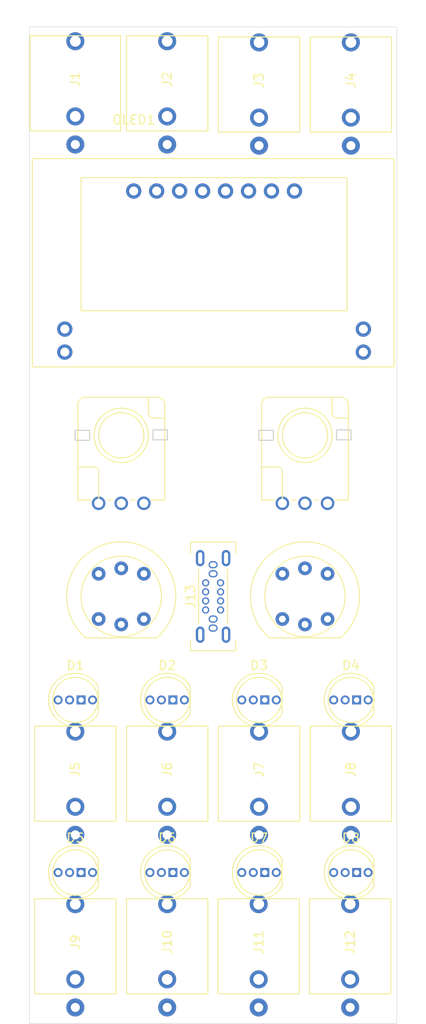
<source format=kicad_pcb>
(kicad_pcb (version 20221018) (generator pcbnew)
  (layers (0 "F.Cu" signal) (31 "B.Cu" signal) (34 "B.Paste" user) (35 "F.Paste" user) (36 "B.SilkS" user "B.Silkscreen") (37 "F.SilkS" user "F.Silkscreen") (38 "B.Mask" user) (39 "F.Mask" user) (44 "Edge.Cuts" user))
  (net 0 "")
  (net 1 "/LED_1_G")
  (net 2 "/LED_1_B")
  (net 3 "GND")
  (net 4 "/LED_1_R")
  (net 5 "/LED_2_G")
  (net 6 "/LED_2_B")
  (net 7 "/LED_2_R")
  (net 8 "/LED_3_G")
  (net 9 "/LED_3_B")
  (net 10 "/LED_3_R")
  (net 11 "/LED_4_G")
  (net 12 "/LED_4_B")
  (net 13 "/LED_4_R")
  (net 14 "/LED_5_G")
  (net 15 "/LED_5_B")
  (net 16 "/LED_5_R")
  (net 17 "/LED_6_G")
  (net 18 "/LED_6_B")
  (net 19 "/LED_6_R")
  (net 20 "/LED_7_G")
  (net 21 "/LED_7_B")
  (net 22 "/LED_7_R")
  (net 23 "/LED_8_G")
  (net 24 "/LED_8_B")
  (net 25 "/LED_8_R")
  (net 26 "/IN1_SLEEVE")
  (net 27 "/IN1")
  (net 28 "/IN_2_NORMAL")
  (net 29 "/IN_2")
  (net 30 "/IN_3_NORMAL")
  (net 31 "/IN_3")
  (net 32 "/IN_4_NORMAL")
  (net 33 "/IN_4")
  (net 35 "/OUT_1")
  (net 37 "/OUT_2")
  (net 39 "/OUT_3")
  (net 41 "/OUT_4")
  (net 43 "/OUT_5")
  (net 45 "/OUT_6")
  (net 47 "/OUT_7")
  (net 49 "/OUT_8")
  (net 50 "+5V")
  (net 51 "/USB_CC1")
  (net 52 "/USB_DP")
  (net 53 "/USB_DM")
  (net 55 "/USB_CC2")
  (net 59 "+3V3")
  (net 60 "/K1")
  (net 61 "/K2")
  (net 62 "/B1")
  (net 65 "/B2")
  (net 68 "/B1_LED")
  (net 69 "/B2_LED")
  (net 73 "/OLED_SDA")
  (net 74 "/OLED_SCL")
  (footprint "allen-synthesis:254-5726 RGB Led 5mm" (layer "F.Cu") (at 15.24 74.295)
    (fp_text reference "D2" (at 0 -3.81 unlocked) (layer "F.SilkS"))
    (fp_text value "LED_GBKR")
    (fp_line (start 2.540221 -1.5) (end 2.54 1.5) (stroke (width 0.12)) (layer "F.SilkS"))
    (fp_arc (start 2.539999 1.499999) (mid -2.949823 0.011599) (end 2.528124 -1.519928) (stroke (width 0.12)) (layer "F.SilkS"))
    (fp_circle (center 0 0) (end 2.5 0) (stroke (width 0.12)) (fill none) (layer "F.SilkS"))
    (pad "1" thru_hole circle (at -1.905 0) (size 1 1) (drill 0.6) (layers "*.Cu" "*.Mask") (net 5 "/LED_2_G"))
    (pad "2" thru_hole circle (at -0.635 0) (size 1 1) (drill 0.6) (layers "*.Cu" "*.Mask") (net 6 "/LED_2_B"))
    (pad "3" thru_hole rect (at 0.635 0) (size 1 1) (drill 0.6) (layers "*.Cu" "*.Mask") (net 3 "GND"))
    (pad "4" thru_hole circle (at 1.905 0) (size 1 1) (drill 0.6) (layers "*.Cu" "*.Mask") (net 7 "/LED_2_R"))
  )
  (footprint "Eurorack:Thonkiconn Mono Jack" (layer "F.Cu") (at 25.4 7.112 90)
    (fp_text reference "J3" (at 1.2 0 90 unlocked) (layer "F.SilkS"))
    (fp_text value "Thonkiconn_Mono_Jack")
    (fp_rect (start -4.5 4.5) (end 6 -4.5) (stroke (width 0.12)) (fill none) (layer "F.SilkS"))
    (pad "1" thru_hole circle (at -6 0 90) (size 2 2) (drill 1) (layers "*.Cu" "*.Mask") (net 3 "GND"))
    (pad "2" thru_hole circle (at -2.9 0 90) (size 2 2) (drill 1.2) (layers "*.Cu" "*.Mask") (net 30 "/IN_3_NORMAL"))
    (pad "3" thru_hole circle (at 5.4 0 90) (size 2 2) (drill 1.2) (layers "*.Cu" "*.Mask") (net 31 "/IN_3"))
  )
  (footprint "Eurorack:Thonkiconn Mono Jack" (layer "F.Cu") (at 35.56 83.185 90)
    (fp_text reference "J8" (at 1.2 0 90 unlocked) (layer "F.SilkS"))
    (fp_text value "Thonkiconn_Mono_Jack")
    (fp_rect (start -4.5 4.5) (end 6 -4.5) (stroke (width 0.12)) (fill none) (layer "F.SilkS"))
    (pad "1" thru_hole circle (at -6 0 90) (size 2 2) (drill 1) (layers "*.Cu" "*.Mask") (net 3 "GND"))
    (pad "2" thru_hole circle (at -2.9 0 90) (size 2 2) (drill 1.2) (layers "*.Cu" "*.Mask"))
    (pad "3" thru_hole circle (at 5.4 0 90) (size 2 2) (drill 1.2) (layers "*.Cu" "*.Mask") (net 41 "/OUT_4"))
  )
  (footprint "allen-synthesis:USB_C_Vertical_GT-USB-7038X USB" (layer "F.Cu") (at 20.32 62.865 90)
    (fp_text reference "J13" (at 0 -2.5 90 unlocked) (layer "F.SilkS"))
    (fp_text value "USB_C_Receptacle_USB2.0")
    (fp_line (start -6 -2.5) (end -6 2.5) (stroke (width 0.12)) (layer "F.SilkS"))
    (fp_line (start -6 -2.5) (end -4.8 -2.5) (stroke (width 0.12)) (layer "F.SilkS"))
    (fp_line (start -6 2.5) (end -4.8 2.5) (stroke (width 0.12)) (layer "F.SilkS"))
    (fp_line (start -3 -1.6) (end 3 -1.6) (stroke (width 0.12)) (layer "F.SilkS"))
    (fp_line (start -3 1.6) (end 3 1.6) (stroke (width 0.12)) (layer "F.SilkS"))
    (fp_line (start 4.8 -2.5) (end 6 -2.5) (stroke (width 0.12)) (layer "F.SilkS"))
    (fp_line (start 4.8 2.5) (end 6 2.5) (stroke (width 0.12)) (layer "F.SilkS"))
    (fp_line (start 6 -2.5) (end 6 2.5) (stroke (width 0.12)) (layer "F.SilkS"))
    (pad "A1" thru_hole oval (at -3.5 0 90) (size 0.8 1) (drill oval 0.5 0.7) (layers "*.Cu" "*.Mask") (net 3 "GND"))
    (pad "A4" thru_hole oval (at -2.5 0 90) (size 0.8 1) (drill oval 0.5 0.7) (layers "*.Cu" "*.Mask") (net 50 "+5V"))
    (pad "A5" thru_hole circle (at -1.5 -0.825 90) (size 0.8 0.8) (drill 0.5) (layers "*.Cu" "*.Mask") (net 51 "/USB_CC1"))
    (pad "A6" thru_hole circle (at -0.5 -0.825 90) (size 0.8 0.8) (drill 0.5) (layers "*.Cu" "*.Mask") (net 52 "/USB_DP"))
    (pad "A7" thru_hole circle (at 0.5 -0.825 90) (size 0.8 0.8) (drill 0.5) (layers "*.Cu" "*.Mask") (net 53 "/USB_DM"))
    (pad "A8" thru_hole circle (at 1.5 -0.825 90) (size 0.8 0.8) (drill 0.5) (layers "*.Cu" "*.Mask"))
    (pad "B1" thru_hole oval (at 3.5 0 90) (size 0.8 1) (drill oval 0.5 0.7) (layers "*.Cu" "*.Mask") (net 3 "GND"))
    (pad "B4" thru_hole oval (at 2.5 0 90) (size 0.8 1) (drill oval 0.5 0.7) (layers "*.Cu" "*.Mask") (net 50 "+5V"))
    (pad "B5" thru_hole circle (at 1.5 0.825 90) (size 0.8 0.8) (drill 0.5) (layers "*.Cu" "*.Mask") (net 55 "/USB_CC2"))
    (pad "B6" thru_hole circle (at 0.5 0.825 90) (size 0.8 0.8) (drill 0.5) (layers "*.Cu" "*.Mask") (net 52 "/USB_DP"))
    (pad "B7" thru_hole circle (at -0.5 0.825 90) (size 0.8 0.8) (drill 0.5) (layers "*.Cu" "*.Mask") (net 53 "/USB_DM"))
    (pad "B8" thru_hole circle (at -1.5 0.825 90) (size 0.8 0.8) (drill 0.5) (layers "*.Cu" "*.Mask"))
    (pad "S1" thru_hole oval (at -4.225 -1.43 90) (size 1.8 0.95) (drill oval 1.3 0.45) (layers "*.Cu" "*.Mask"))
    (pad "S1" thru_hole oval (at -4.225 1.43 90) (size 1.8 0.95) (drill oval 1.3 0.45) (layers "*.Cu" "*.Mask"))
    (pad "S1" thru_hole oval (at 4.225 -1.43 90) (size 1.8 0.95) (drill oval 1.3 0.45) (layers "*.Cu" "*.Mask"))
    (pad "S1" thru_hole oval (at 4.225 1.43 90) (size 1.8 0.95) (drill oval 1.3 0.45) (layers "*.Cu" "*.Mask"))
  )
  (footprint "Eurorack:Thonkiconn Stereo Jack" (layer "F.Cu") (at 5.08 6.985 90)
    (fp_text reference "J1" (at 1.2 0 90 unlocked) (layer "F.SilkS"))
    (fp_text value "Thonkiconn_Stereo_Jack")
    (fp_rect (start -4.5 5) (end 6 -5) (stroke (width 0.12)) (fill none) (layer "F.SilkS"))
    (pad "1" thru_hole circle (at -6 0 90) (size 2 2) (drill 1) (layers "*.Cu" "*.Mask") (net 3 "GND"))
    (pad "2" thru_hole circle (at -2.9 0 90) (size 2 2) (drill 1.2) (layers "*.Cu" "*.Mask") (net 26 "/IN1_SLEEVE"))
    (pad "3" thru_hole circle (at 5.4 0 90) (size 2 2) (drill 1.2) (layers "*.Cu" "*.Mask") (net 27 "/IN1"))
  )
  (footprint "allen-synthesis:254-5726 RGB Led 5mm" (layer "F.Cu") (at 35.56 74.295)
    (fp_text reference "D4" (at 0 -3.81 unlocked) (layer "F.SilkS"))
    (fp_text value "LED_GBKR")
    (fp_line (start 2.540221 -1.5) (end 2.54 1.5) (stroke (width 0.12)) (layer "F.SilkS"))
    (fp_arc (start 2.539999 1.499999) (mid -2.949823 0.011599) (end 2.528124 -1.519928) (stroke (width 0.12)) (layer "F.SilkS"))
    (fp_circle (center 0 0) (end 2.5 0) (stroke (width 0.12)) (fill none) (layer "F.SilkS"))
    (pad "1" thru_hole circle (at -1.905 0) (size 1 1) (drill 0.6) (layers "*.Cu" "*.Mask") (net 11 "/LED_4_G"))
    (pad "2" thru_hole circle (at -0.635 0) (size 1 1) (drill 0.6) (layers "*.Cu" "*.Mask") (net 12 "/LED_4_B"))
    (pad "3" thru_hole rect (at 0.635 0) (size 1 1) (drill 0.6) (layers "*.Cu" "*.Mask") (net 3 "GND"))
    (pad "4" thru_hole circle (at 1.905 0) (size 1 1) (drill 0.6) (layers "*.Cu" "*.Mask") (net 13 "/LED_4_R"))
  )
  (footprint "Eurorack:Thonkiconn Mono Jack" (layer "F.Cu") (at 5.08 83.185 90)
    (fp_text reference "J5" (at 1.2 0 90 unlocked) (layer "F.SilkS"))
    (fp_text value "Thonkiconn_Mono_Jack")
    (fp_rect (start -4.5 4.5) (end 6 -4.5) (stroke (width 0.12)) (fill none) (layer "F.SilkS"))
    (pad "1" thru_hole circle (at -6 0 90) (size 2 2) (drill 1) (layers "*.Cu" "*.Mask") (net 3 "GND"))
    (pad "2" thru_hole circle (at -2.9 0 90) (size 2 2) (drill 1.2) (layers "*.Cu" "*.Mask"))
    (pad "3" thru_hole circle (at 5.4 0 90) (size 2 2) (drill 1.2) (layers "*.Cu" "*.Mask") (net 35 "/OUT_1"))
  )
  (footprint "Eurorack:Thonkiconn Mono Jack" (layer "F.Cu") (at 35.56 7.112 90)
    (fp_text reference "J4" (at 1.2 0 90 unlocked) (layer "F.SilkS"))
    (fp_text value "Thonkiconn_Mono_Jack")
    (fp_rect (start -4.5 4.5) (end 6 -4.5) (stroke (width 0.12)) (fill none) (layer "F.SilkS"))
    (pad "1" thru_hole circle (at -6 0 90) (size 2 2) (drill 1) (layers "*.Cu" "*.Mask") (net 3 "GND"))
    (pad "2" thru_hole circle (at -2.9 0 90) (size 2 2) (drill 1.2) (layers "*.Cu" "*.Mask") (net 32 "/IN_4_NORMAL"))
    (pad "3" thru_hole circle (at 5.4 0 90) (size 2 2) (drill 1.2) (layers "*.Cu" "*.Mask") (net 33 "/IN_4"))
  )
  (footprint "Eurorack:Enoki OLED SSD1306 128x64" (layer "F.Cu") (at 11.536 18.119)
    (fp_text reference "OLED1" (at 0 -7.854 unlocked) (layer "F.SilkS"))
    (fp_text value "~")
    (fp_rect (start -11.216 -3.584) (end 28.784 19.416) (stroke (width 0.12)) (fill none) (layer "F.SilkS"))
    (fp_rect (start -5.82 -1.484) (end 23.6 13.216) (stroke (width 0.12)) (fill none) (layer "F.SilkS"))
    (pad "1" thru_hole circle (at 0 0) (size 1.7 1.7) (drill 1) (layers "*.Cu" "*.Mask"))
    (pad "2" thru_hole circle (at 2.54 0) (size 1.7 1.7) (drill 1) (layers "*.Cu" "*.Mask"))
    (pad "3" thru_hole circle (at 5.08 0) (size 1.7 1.7) (drill 1) (layers "*.Cu" "*.Mask"))
    (pad "4" thru_hole circle (at 7.62 0) (size 1.7 1.7) (drill 1) (layers "*.Cu" "*.Mask"))
    (pad "5" thru_hole circle (at 10.16 0) (size 1.7 1.7) (drill 1) (layers "*.Cu" "*.Mask") (net 73 "/OLED_SDA"))
    (pad "6" thru_hole circle (at 12.7 0) (size 1.7 1.7) (drill 1) (layers "*.Cu" "*.Mask") (net 74 "/OLED_SCL"))
    (pad "7" thru_hole circle (at 15.24 0) (size 1.7 1.7) (drill 1) (layers "*.Cu" "*.Mask") (net 3 "GND"))
    (pad "8" thru_hole circle (at 17.78 0) (size 1.7 1.7) (drill 1) (layers "*.Cu" "*.Mask") (net 59 "+3V3"))
    (pad "9" thru_hole circle (at -7.62 15.24) (size 1.7 1.7) (drill 1) (layers "*.Cu" "*.Mask"))
    (pad "9" thru_hole circle (at -7.62 17.78) (size 1.7 1.7) (drill 1) (layers "*.Cu" "*.Mask"))
    (pad "9" thru_hole circle (at 25.4 15.24) (size 1.7 1.7) (drill 1) (layers "*.Cu" "*.Mask"))
    (pad "9" thru_hole circle (at 25.4 17.78) (size 1.7 1.7) (drill 1) (layers "*.Cu" "*.Mask"))
  )
  (footprint "Eurorack:Thonkiconn Mono Jack" (layer "F.Cu") (at 5.08 102.235 90)
    (fp_text reference "J9" (at 1.2 0 90 unlocked) (layer "F.SilkS"))
    (fp_text value "Thonkiconn_Mono_Jack")
    (fp_rect (start -4.5 4.5) (end 6 -4.5) (stroke (width 0.12)) (fill none) (layer "F.SilkS"))
    (pad "1" thru_hole circle (at -6 0 90) (size 2 2) (drill 1) (layers "*.Cu" "*.Mask") (net 3 "GND"))
    (pad "2" thru_hole circle (at -2.9 0 90) (size 2 2) (drill 1.2) (layers "*.Cu" "*.Mask"))
    (pad "3" thru_hole circle (at 5.4 0 90) (size 2 2) (drill 1.2) (layers "*.Cu" "*.Mask") (net 43 "/OUT_5"))
  )
  (footprint "Eurorack:Thonkiconn Mono Jack" (layer "F.Cu") (at 25.4 83.185 90)
    (fp_text reference "J7" (at 1.2 0 90 unlocked) (layer "F.SilkS"))
    (fp_text value "Thonkiconn_Mono_Jack")
    (fp_rect (start -4.5 4.5) (end 6 -4.5) (stroke (width 0.12)) (fill none) (layer "F.SilkS"))
    (pad "1" thru_hole circle (at -6 0 90) (size 2 2) (drill 1) (layers "*.Cu" "*.Mask") (net 3 "GND"))
    (pad "2" thru_hole circle (at -2.9 0 90) (size 2 2) (drill 1.2) (layers "*.Cu" "*.Mask"))
    (pad "3" thru_hole circle (at 5.4 0 90) (size 2 2) (drill 1.2) (layers "*.Cu" "*.Mask") (net 39 "/OUT_3"))
  )
  (footprint "allen-synthesis:switch-momentary-c&k-illuminated" (layer "F.Cu") (at 10.16 62.865)
    (fp_text reference "SW1" hide)
    (fp_text value "SW_Push_LED")
    (fp_line (start -3.937 4.572) (end 3.937 4.572) (stroke (width 0.12)) (layer "F.SilkS"))
    (fp_arc (start -3.937 4.572) (mid 0 -6.033503) (end 3.937 4.572) (stroke (width 0.12)) (layer "F.SilkS"))
    (fp_circle (center 0 0) (end 4.445 0) (stroke (width 0.12)) (fill none) (layer "F.SilkS"))
    (pad "1" thru_hole circle (at -2.5 -2.5) (size 1.524 1.524) (drill 0.762) (layers "*.Cu" "*.Mask") (net 62 "/B1"))
    (pad "2" thru_hole circle (at -2.5 2.5) (size 1.524 1.524) (drill 0.762) (layers "*.Cu" "*.Mask"))
    (pad "3" thru_hole circle (at 2.5 -2.5) (size 1.524 1.524) (drill 0.762) (layers "*.Cu" "*.Mask") (net 3 "GND"))
    (pad "4" thru_hole circle (at 2.5 2.5) (size 1.524 1.524) (drill 0.762) (layers "*.Cu" "*.Mask"))
    (pad "L1" thru_hole circle (at 0 -3.1) (size 1.524 1.524) (drill 0.762) (layers "*.Cu" "*.Mask") (net 68 "/B1_LED"))
    (pad "L2" thru_hole circle (at 0 3.1) (size 1.524 1.524) (drill 0.762) (layers "*.Cu" "*.Mask") (net 3 "GND"))
  )
  (footprint "allen-synthesis:254-5726 RGB Led 5mm" (layer "F.Cu") (at 5.08 93.345)
    (fp_text reference "D5" (at 0 -3.81 unlocked) (layer "F.SilkS"))
    (fp_text value "LED_GBKR")
    (fp_line (start 2.540221 -1.5) (end 2.54 1.5) (stroke (width 0.12)) (layer "F.SilkS"))
    (fp_arc (start 2.539999 1.499999) (mid -2.949823 0.011599) (end 2.528124 -1.519928) (stroke (width 0.12)) (layer "F.SilkS"))
    (fp_circle (center 0 0) (end 2.5 0) (stroke (width 0.12)) (fill none) (layer "F.SilkS"))
    (pad "1" thru_hole circle (at -1.905 0) (size 1 1) (drill 0.6) (layers "*.Cu" "*.Mask") (net 14 "/LED_5_G"))
    (pad "2" thru_hole circle (at -0.635 0) (size 1 1) (drill 0.6) (layers "*.Cu" "*.Mask") (net 15 "/LED_5_B"))
    (pad "3" thru_hole rect (at 0.635 0) (size 1 1) (drill 0.6) (layers "*.Cu" "*.Mask") (net 3 "GND"))
    (pad "4" thru_hole circle (at 1.905 0) (size 1 1) (drill 0.6) (layers "*.Cu" "*.Mask") (net 16 "/LED_5_R"))
  )
  (footprint "Eurorack:Thonkiconn Mono Jack" (layer "F.Cu") (at 35.48 102.235 90)
    (fp_text reference "J12" (at 1.2 0 90 unlocked) (layer "F.SilkS"))
    (fp_text value "Thonkiconn_Mono_Jack")
    (fp_rect (start -4.5 4.5) (end 6 -4.5) (stroke (width 0.12)) (fill none) (layer "F.SilkS"))
    (pad "1" thru_hole circle (at -6 0 90) (size 2 2) (drill 1) (layers "*.Cu" "*.Mask") (net 3 "GND"))
    (pad "2" thru_hole circle (at -2.9 0 90) (size 2 2) (drill 1.2) (layers "*.Cu" "*.Mask"))
    (pad "3" thru_hole circle (at 5.4 0 90) (size 2 2) (drill 1.2) (layers "*.Cu" "*.Mask") (net 49 "/OUT_8"))
  )
  (footprint "allen-synthesis:254-5726 RGB Led 5mm" (layer "F.Cu") (at 25.4 93.345)
    (fp_text reference "D7" (at 0 -3.81 unlocked) (layer "F.SilkS"))
    (fp_text value "LED_GBKR")
    (fp_line (start 2.540221 -1.5) (end 2.54 1.5) (stroke (width 0.12)) (layer "F.SilkS"))
    (fp_arc (start 2.539999 1.499999) (mid -2.949823 0.011599) (end 2.528124 -1.519928) (stroke (width 0.12)) (layer "F.SilkS"))
    (fp_circle (center 0 0) (end 2.5 0) (stroke (width 0.12)) (fill none) (layer "F.SilkS"))
    (pad "1" thru_hole circle (at -1.905 0) (size 1 1) (drill 0.6) (layers "*.Cu" "*.Mask") (net 20 "/LED_7_G"))
    (pad "2" thru_hole circle (at -0.635 0) (size 1 1) (drill 0.6) (layers "*.Cu" "*.Mask") (net 21 "/LED_7_B"))
    (pad "3" thru_hole rect (at 0.635 0) (size 1 1) (drill 0.6) (layers "*.Cu" "*.Mask") (net 3 "GND"))
    (pad "4" thru_hole circle (at 1.905 0) (size 1 1) (drill 0.6) (layers "*.Cu" "*.Mask") (net 22 "/LED_7_R"))
  )
  (footprint "allen-synthesis:254-5726 RGB Led 5mm" (layer "F.Cu") (at 25.4 74.295)
    (fp_text reference "D3" (at 0 -3.81 unlocked) (layer "F.SilkS"))
    (fp_text value "LED_GBKR")
    (fp_line (start 2.540221 -1.5) (end 2.54 1.5) (stroke (width 0.12)) (layer "F.SilkS"))
    (fp_arc (start 2.539999 1.499999) (mid -2.949823 0.011599) (end 2.528124 -1.519928) (stroke (width 0.12)) (layer "F.SilkS"))
    (fp_circle (center 0 0) (end 2.5 0) (stroke (width 0.12)) (fill none) (layer "F.SilkS"))
    (pad "1" thru_hole circle (at -1.905 0) (size 1 1) (drill 0.6) (layers "*.Cu" "*.Mask") (net 8 "/LED_3_G"))
    (pad "2" thru_hole circle (at -0.635 0) (size 1 1) (drill 0.6) (layers "*.Cu" "*.Mask") (net 9 "/LED_3_B"))
    (pad "3" thru_hole rect (at 0.635 0) (size 1 1) (drill 0.6) (layers "*.Cu" "*.Mask") (net 3 "GND"))
    (pad "4" thru_hole circle (at 1.905 0) (size 1 1) (drill 0.6) (layers "*.Cu" "*.Mask") (net 10 "/LED_3_R"))
  )
  (footprint "allen-synthesis:potentiometer-9mm_2hp" (layer "F.Cu") (at 10.16 45.085)
    (fp_text reference "P1" hide)
    (fp_text value "Potentiometer_9mm_Vertical_Linear")
    (fp_line (start -4.8 7.15) (end -4.8 -3.4) (stroke (width 0.12)) (layer "F.SilkS"))
    (fp_line (start -3.302 7.15) (end -4.8 7.15) (stroke (width 0.12)) (layer "F.SilkS"))
    (fp_line (start -3 3.5) (end -4.8 3.5) (stroke (width 0.12)) (layer "F.SilkS"))
    (fp_line (start -2.5 7.2) (end -2.5 4) (stroke (width 0.12)) (layer "F.SilkS"))
    (fp_line (start -1.524 7.15) (end -1.016 7.15) (stroke (width 0.12)) (layer "F.SilkS"))
    (fp_line (start 1.016 7.15) (end 1.524 7.15) (stroke (width 0.12)) (layer "F.SilkS"))
    (fp_line (start 3 -4.2) (end 3 -2.4) (stroke (width 0.12)) (layer "F.SilkS"))
    (fp_line (start 3.5 -1.9) (end 4.8 -1.9) (stroke (width 0.12)) (layer "F.SilkS"))
    (fp_line (start 4 -4.2) (end -4 -4.2) (stroke (width 0.12)) (layer "F.SilkS"))
    (fp_line (start 4.8 -3.4) (end 4.8 7.15) (stroke (width 0.12)) (layer "F.SilkS"))
    (fp_line (start 4.8 7.15) (end 3.302 7.15) (stroke (width 0.12)) (layer "F.SilkS"))
    (fp_arc (start -4.8 -3.4) (mid -4.565685 -3.965685) (end -4 -4.2) (stroke (width 0.12)) (layer "F.SilkS"))
    (fp_arc (start -3 3.5) (mid -2.646447 3.646447) (end -2.5 4) (stroke (width 0.12)) (layer "F.SilkS"))
    (fp_arc (start 3.5 -1.9) (mid 3.146447 -2.046447) (end 3 -2.4) (stroke (width 0.12)) (layer "F.SilkS"))
    (fp_arc (start 4 -4.2) (mid 4.565685 -3.965685) (end 4.8 -3.4) (stroke (width 0.12)) (layer "F.SilkS"))
    (fp_circle (center 0 0) (end 2.5 0) (stroke (width 0.12)) (fill none) (layer "F.SilkS"))
    (fp_circle (center 0 0) (end 3 0) (stroke (width 0.12)) (fill none) (layer "F.SilkS"))
    (fp_rect (start -5.1 0.55) (end -3.5 -0.55) (stroke (width 0.12)) (fill none) (layer "Edge.Cuts"))
    (fp_rect (start 3.5 0.5) (end 5.1 -0.6) (stroke (width 0.12)) (fill none) (layer "Edge.Cuts"))
    (pad "1" thru_hole circle (at -2.5 7.5) (size 1.5 1.5) (drill 1) (layers "*.Cu" "*.Mask") (net 59 "+3V3"))
    (pad "2" thru_hole circle (at 0 7.5) (size 1.5 1.5) (drill 1) (layers "*.Cu" "*.Mask") (net 60 "/K1"))
    (pad "3" thru_hole circle (at 2.5 7.5) (size 1.5 1.5) (drill 1) (layers "*.Cu" "*.Mask") (net 3 "GND"))
  )
  (footprint "allen-synthesis:254-5726 RGB Led 5mm" (layer "F.Cu") (at 5.08 74.295)
    (fp_text reference "D1" (at 0 -3.81 unlocked) (layer "F.SilkS"))
    (fp_text value "LED_GBKR")
    (fp_line (start 2.540221 -1.5) (end 2.54 1.5) (stroke (width 0.12)) (layer "F.SilkS"))
    (fp_arc (start 2.539999 1.499999) (mid -2.949823 0.011599) (end 2.528124 -1.519928) (stroke (width 0.12)) (layer "F.SilkS"))
    (fp_circle (center 0 0) (end 2.5 0) (stroke (width 0.12)) (fill none) (layer "F.SilkS"))
    (pad "1" thru_hole circle (at -1.905 0) (size 1 1) (drill 0.6) (layers "*.Cu" "*.Mask") (net 1 "/LED_1_G"))
    (pad "2" thru_hole circle (at -0.635 0) (size 1 1) (drill 0.6) (layers "*.Cu" "*.Mask") (net 2 "/LED_1_B"))
    (pad "3" thru_hole rect (at 0.635 0) (size 1 1) (drill 0.6) (layers "*.Cu" "*.Mask") (net 3 "GND"))
    (pad "4" thru_hole circle (at 1.905 0) (size 1 1) (drill 0.6) (layers "*.Cu" "*.Mask") (net 4 "/LED_1_R"))
  )
  (footprint "allen-synthesis:switch-momentary-c&k-illuminated" (layer "F.Cu") (at 30.48 62.865)
    (fp_text reference "SW2" hide)
    (fp_text value "SW_Push_LED")
    (fp_line (start -3.937 4.572) (end 3.937 4.572) (stroke (width 0.12)) (layer "F.SilkS"))
    (fp_arc (start -3.937 4.572) (mid 0 -6.033503) (end 3.937 4.572) (stroke (width 0.12)) (layer "F.SilkS"))
    (fp_circle (center 0 0) (end 4.445 0) (stroke (width 0.12)) (fill none) (layer "F.SilkS"))
    (pad "1" thru_hole circle (at -2.5 -2.5) (size 1.524 1.524) (drill 0.762) (layers "*.Cu" "*.Mask") (net 65 "/B2"))
    (pad "2" thru_hole circle (at -2.5 2.5) (size 1.524 1.524) (drill 0.762) (layers "*.Cu" "*.Mask"))
    (pad "3" thru_hole circle (at 2.5 -2.5) (size 1.524 1.524) (drill 0.762) (layers "*.Cu" "*.Mask") (net 3 "GND"))
    (pad "4" thru_hole circle (at 2.5 2.5) (size 1.524 1.524) (drill 0.762) (layers "*.Cu" "*.Mask"))
    (pad "L1" thru_hole circle (at 0 -3.1) (size 1.524 1.524) (drill 0.762) (layers "*.Cu" "*.Mask") (net 69 "/B2_LED"))
    (pad "L2" thru_hole circle (at 0 3.1) (size 1.524 1.524) (drill 0.762) (layers "*.Cu" "*.Mask") (net 3 "GND"))
  )
  (footprint "Eurorack:Thonkiconn Mono Jack" (layer "F.Cu") (at 15.24 102.235 90)
    (fp_text reference "J10" (at 1.2 0 90 unlocked) (layer "F.SilkS"))
    (fp_text value "Thonkiconn_Mono_Jack")
    (fp_rect (start -4.5 4.5) (end 6 -4.5) (stroke (width 0.12)) (fill none) (layer "F.SilkS"))
    (pad "1" thru_hole circle (at -6 0 90) (size 2 2) (drill 1) (layers "*.Cu" "*.Mask") (net 3 "GND"))
    (pad "2" thru_hole circle (at -2.9 0 90) (size 2 2) (drill 1.2) (layers "*.Cu" "*.Mask"))
    (pad "3" thru_hole circle (at 5.4 0 90) (size 2 2) (drill 1.2) (layers "*.Cu" "*.Mask") (net 45 "/OUT_6"))
  )
  (footprint "allen-synthesis:254-5726 RGB Led 5mm" (layer "F.Cu") (at 15.24 93.345)
    (fp_text reference "D6" (at 0 -3.81 unlocked) (layer "F.SilkS"))
    (fp_text value "LED_GBKR")
    (fp_line (start 2.540221 -1.5) (end 2.54 1.5) (stroke (width 0.12)) (layer "F.SilkS"))
    (fp_arc (start 2.539999 1.499999) (mid -2.949823 0.011599) (end 2.528124 -1.519928) (stroke (width 0.12)) (layer "F.SilkS"))
    (fp_circle (center 0 0) (end 2.5 0) (stroke (width 0.12)) (fill none) (layer "F.SilkS"))
    (pad "1" thru_hole circle (at -1.905 0) (size 1 1) (drill 0.6) (layers "*.Cu" "*.Mask") (net 17 "/LED_6_G"))
    (pad "2" thru_hole circle (at -0.635 0) (size 1 1) (drill 0.6) (layers "*.Cu" "*.Mask") (net 18 "/LED_6_B"))
    (pad "3" thru_hole rect (at 0.635 0) (size 1 1) (drill 0.6) (layers "*.Cu" "*.Mask") (net 3 "GND"))
    (pad "4" thru_hole circle (at 1.905 0) (size 1 1) (drill 0.6) (layers "*.Cu" "*.Mask") (net 19 "/LED_6_R"))
  )
  (footprint "allen-synthesis:potentiometer-9mm_2hp" (layer "F.Cu") (at 30.48 45.085)
    (fp_text reference "P2" hide)
    (fp_text value "Potentiometer_9mm_Vertical_Linear")
    (fp_line (start -4.8 7.15) (end -4.8 -3.4) (stroke (width 0.12)) (layer "F.SilkS"))
    (fp_line (start -3.302 7.15) (end -4.8 7.15) (stroke (width 0.12)) (layer "F.SilkS"))
    (fp_line (start -3 3.5) (end -4.8 3.5) (stroke (width 0.12)) (layer "F.SilkS"))
    (fp_line (start -2.5 7.2) (end -2.5 4) (stroke (width 0.12)) (layer "F.SilkS"))
    (fp_line (start -1.524 7.15) (end -1.016 7.15) (stroke (width 0.12)) (layer "F.SilkS"))
    (fp_line (start 1.016 7.15) (end 1.524 7.15) (stroke (width 0.12)) (layer "F.SilkS"))
    (fp_line (start 3 -4.2) (end 3 -2.4) (stroke (width 0.12)) (layer "F.SilkS"))
    (fp_line (start 3.5 -1.9) (end 4.8 -1.9) (stroke (width 0.12)) (layer "F.SilkS"))
    (fp_line (start 4 -4.2) (end -4 -4.2) (stroke (width 0.12)) (layer "F.SilkS"))
    (fp_line (start 4.8 -3.4) (end 4.8 7.15) (stroke (width 0.12)) (layer "F.SilkS"))
    (fp_line (start 4.8 7.15) (end 3.302 7.15) (stroke (width 0.12)) (layer "F.SilkS"))
    (fp_arc (start -4.8 -3.4) (mid -4.565685 -3.965685) (end -4 -4.2) (stroke (width 0.12)) (layer "F.SilkS"))
    (fp_arc (start -3 3.5) (mid -2.646447 3.646447) (end -2.5 4) (stroke (width 0.12)) (layer "F.SilkS"))
    (fp_arc (start 3.5 -1.9) (mid 3.146447 -2.046447) (end 3 -2.4) (stroke (width 0.12)) (layer "F.SilkS"))
    (fp_arc (start 4 -4.2) (mid 4.565685 -3.965685) (end 4.8 -3.4) (stroke (width 0.12)) (layer "F.SilkS"))
    (fp_circle (center 0 0) (end 2.5 0) (stroke (width 0.12)) (fill none) (layer "F.SilkS"))
    (fp_circle (center 0 0) (end 3 0) (stroke (width 0.12)) (fill none) (layer "F.SilkS"))
    (fp_rect (start -5.1 0.55) (end -3.5 -0.55) (stroke (width 0.12)) (fill none) (layer "Edge.Cuts"))
    (fp_rect (start 3.5 0.5) (end 5.1 -0.6) (stroke (width 0.12)) (fill none) (layer "Edge.Cuts"))
    (pad "1" thru_hole circle (at -2.5 7.5) (size 1.5 1.5) (drill 1) (layers "*.Cu" "*.Mask") (net 59 "+3V3"))
    (pad "2" thru_hole circle (at 0 7.5) (size 1.5 1.5) (drill 1) (layers "*.Cu" "*.Mask") (net 61 "/K2"))
    (pad "3" thru_hole circle (at 2.5 7.5) (size 1.5 1.5) (drill 1) (layers "*.Cu" "*.Mask") (net 3 "GND"))
  )
  (footprint "Eurorack:Thonkiconn Mono Jack" (layer "F.Cu") (at 15.24 6.985 90)
    (fp_text reference "J2" (at 1.2 0 90 unlocked) (layer "F.SilkS"))
    (fp_text value "Thonkiconn_Mono_Jack")
    (fp_rect (start -4.5 4.5) (end 6 -4.5) (stroke (width 0.12)) (fill none) (layer "F.SilkS"))
    (pad "1" thru_hole circle (at -6 0 90) (size 2 2) (drill 1) (layers "*.Cu" "*.Mask") (net 3 "GND"))
    (pad "2" thru_hole circle (at -2.9 0 90) (size 2 2) (drill 1.2) (layers "*.Cu" "*.Mask") (net 28 "/IN_2_NORMAL"))
    (pad "3" thru_hole circle (at 5.4 0 90) (size 2 2) (drill 1.2) (layers "*.Cu" "*.Mask") (net 29 "/IN_2"))
  )
  (footprint "Eurorack:Thonkiconn Mono Jack" (layer "F.Cu") (at 15.24 83.185 90)
    (fp_text reference "J6" (at 1.2 0 90 unlocked) (layer "F.SilkS"))
    (fp_text value "Thonkiconn_Mono_Jack")
    (fp_rect (start -4.5 4.5) (end 6 -4.5) (stroke (width 0.12)) (fill none) (layer "F.SilkS"))
    (pad "1" thru_hole circle (at -6 0 90) (size 2 2) (drill 1) (layers "*.Cu" "*.Mask") (net 3 "GND"))
    (pad "2" thru_hole circle (at -2.9 0 90) (size 2 2) (drill 1.2) (layers "*.Cu" "*.Mask"))
    (pad "3" thru_hole circle (at 5.4 0 90) (size 2 2) (drill 1.2) (layers "*.Cu" "*.Mask") (net 37 "/OUT_2"))
  )
  (footprint "Eurorack:Thonkiconn Mono Jack" (layer "F.Cu") (at 25.36 102.235 90)
    (fp_text reference "J11" (at 1.2 0 90 unlocked) (layer "F.SilkS"))
    (fp_text value "Thonkiconn_Mono_Jack")
    (fp_rect (start -4.5 4.5) (end 6 -4.5) (stroke (width 0.12)) (fill none) (layer "F.SilkS"))
    (pad "1" thru_hole circle (at -6 0 90) (size 2 2) (drill 1) (layers "*.Cu" "*.Mask") (net 3 "GND"))
    (pad "2" thru_hole circle (at -2.9 0 90) (size 2 2) (drill 1.2) (layers "*.Cu" "*.Mask"))
    (pad "3" thru_hole circle (at 5.4 0 90) (size 2 2) (drill 1.2) (layers "*.Cu" "*.Mask") (net 47 "/OUT_7"))
  )
  (footprint "allen-synthesis:254-5726 RGB Led 5mm" (layer "F.Cu") (at 35.56 93.345)
    (fp_text reference "D8" (at 0 -3.81 unlocked) (layer "F.SilkS"))
    (fp_text value "LED_GBKR")
    (fp_line (start 2.540221 -1.5) (end 2.54 1.5) (stroke (width 0.12)) (layer "F.SilkS"))
    (fp_arc (start 2.539999 1.499999) (mid -2.949823 0.011599) (end 2.528124 -1.519928) (stroke (width 0.12)) (layer "F.SilkS"))
    (fp_circle (center 0 0) (end 2.5 0) (stroke (width 0.12)) (fill none) (layer "F.SilkS"))
    (pad "1" thru_hole circle (at -1.905 0) (size 1 1) (drill 0.6) (layers "*.Cu" "*.Mask") (net 23 "/LED_8_G"))
    (pad "2" thru_hole circle (at -0.635 0) (size 1 1) (drill 0.6) (layers "*.Cu" "*.Mask") (net 24 "/LED_8_B"))
    (pad "3" thru_hole rect (at 0.635 0) (size 1 1) (drill 0.6) (layers "*.Cu" "*.Mask") (net 3 "GND"))
    (pad "4" thru_hole circle (at 1.905 0) (size 1 1) (drill 0.6) (layers "*.Cu" "*.Mask") (net 25 "/LED_8_R"))
  )
  (gr_rect (start 0 0) (end 40.64 110) (stroke (width 0.05)) (fill none) (layer "Edge.Cuts"))
)
</source>
